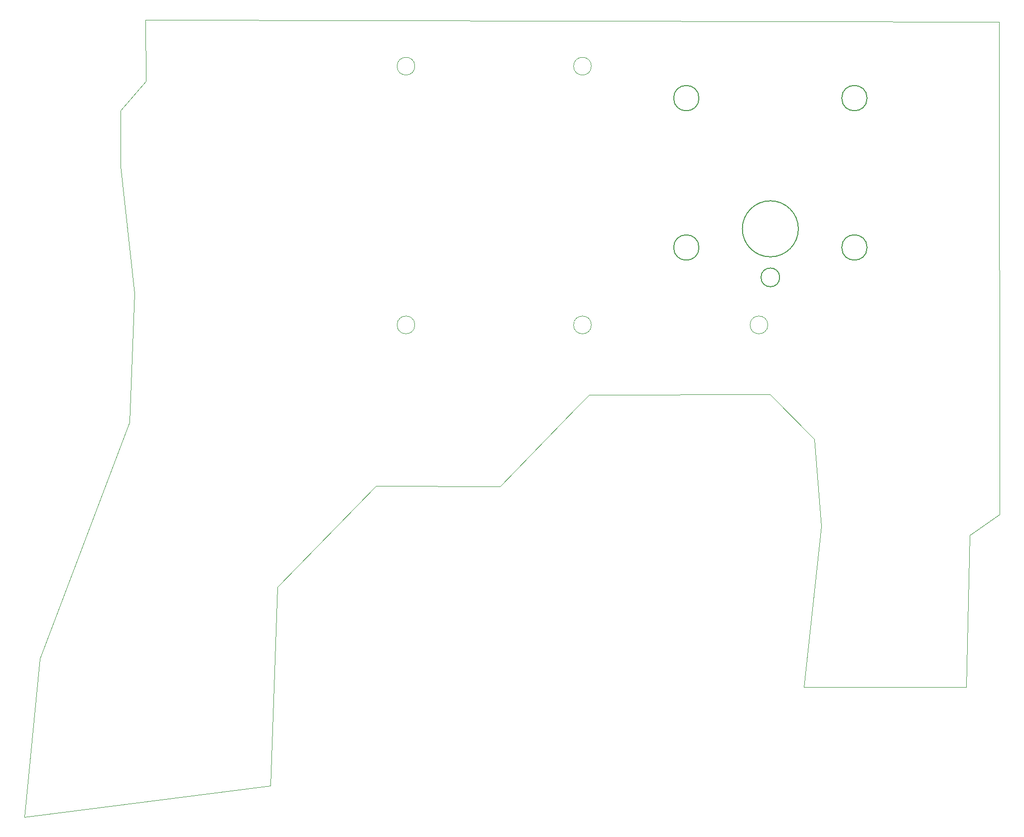
<source format=gbr>
%TF.GenerationSoftware,KiCad,Pcbnew,(5.1.6)-1*%
%TF.CreationDate,2020-12-21T15:19:12+11:00*%
%TF.ProjectId,Select JETT Panel PCB V2,53656c65-6374-4204-9a45-54542050616e,rev?*%
%TF.SameCoordinates,Original*%
%TF.FileFunction,Profile,NP*%
%FSLAX46Y46*%
G04 Gerber Fmt 4.6, Leading zero omitted, Abs format (unit mm)*
G04 Created by KiCad (PCBNEW (5.1.6)-1) date 2020-12-21 15:19:12*
%MOMM*%
%LPD*%
G01*
G04 APERTURE LIST*
%TA.AperFunction,Profile*%
%ADD10C,0.050000*%
%TD*%
%TA.AperFunction,Profile*%
%ADD11C,0.200000*%
%TD*%
G04 APERTURE END LIST*
D10*
X85013800Y-98552000D02*
X69723000Y-138785600D01*
X85826600Y-76631800D02*
X85013800Y-98552000D01*
X69723000Y-138785600D02*
X67157600Y-165658800D01*
X83464400Y-55016400D02*
X85826600Y-76631800D01*
X83515200Y-45516800D02*
X83464400Y-55016400D01*
X87782400Y-40589200D02*
X83515200Y-45516800D01*
X87731600Y-30124400D02*
X87782400Y-40589200D01*
X89154000Y-30124400D02*
X87731600Y-30124400D01*
X163510000Y-38000000D02*
G75*
G03*
X163510000Y-38000000I-1510000J0D01*
G01*
X133510000Y-38000000D02*
G75*
G03*
X133510000Y-38000000I-1510000J0D01*
G01*
X133510000Y-82000000D02*
G75*
G03*
X133510000Y-82000000I-1510000J0D01*
G01*
X163510000Y-82000000D02*
G75*
G03*
X163510000Y-82000000I-1510000J0D01*
G01*
X193510000Y-82000000D02*
G75*
G03*
X193510000Y-82000000I-1510000J0D01*
G01*
X232945940Y-114249200D02*
X232841800Y-30480000D01*
X227804980Y-117739160D02*
X232945940Y-114249200D01*
X227238560Y-143581120D02*
X227804980Y-117739160D01*
X199621140Y-143553180D02*
X227238560Y-143581120D01*
X202641200Y-116230400D02*
X199621140Y-143553180D01*
X201373740Y-101437440D02*
X202641200Y-116230400D01*
X193903600Y-93827600D02*
X201373740Y-101437440D01*
X163123880Y-93883480D02*
X193903600Y-93827600D01*
X161036000Y-96012000D02*
X163123880Y-93883480D01*
X147960080Y-109486700D02*
X161036000Y-96012000D01*
X126936500Y-109387640D02*
X147960080Y-109486700D01*
X110106460Y-126598680D02*
X126936500Y-109387640D01*
X108966000Y-160324800D02*
X110106460Y-126598680D01*
X67157600Y-165658800D02*
X108966000Y-160324800D01*
X232841800Y-30480000D02*
X89154000Y-30124400D01*
D11*
X198704200Y-65659000D02*
G75*
G03*
X198704200Y-65659000I-4762500J0D01*
G01*
X181806850Y-43434000D02*
G75*
G03*
X181806850Y-43434000I-2152650J0D01*
G01*
X210381850Y-43434000D02*
G75*
G03*
X210381850Y-43434000I-2152650J0D01*
G01*
X195529200Y-73914000D02*
G75*
G03*
X195529200Y-73914000I-1587500J0D01*
G01*
X181806850Y-68834000D02*
G75*
G03*
X181806850Y-68834000I-2152650J0D01*
G01*
X210381850Y-68834000D02*
G75*
G03*
X210381850Y-68834000I-2152650J0D01*
G01*
M02*

</source>
